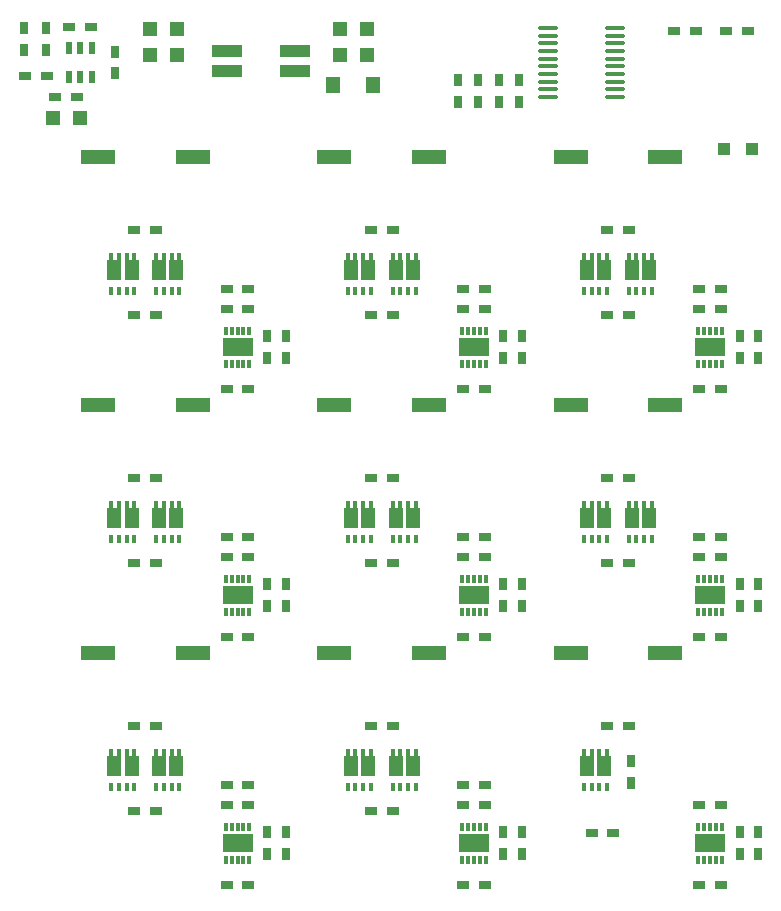
<source format=gtp>
G04*
G04 #@! TF.GenerationSoftware,Altium Limited,Altium Designer,23.3.1 (30)*
G04*
G04 Layer_Color=8421504*
%FSLAX25Y25*%
%MOIN*%
G70*
G04*
G04 #@! TF.SameCoordinates,CC060F13-8039-4013-9EB4-17962B1888DE*
G04*
G04*
G04 #@! TF.FilePolarity,Positive*
G04*
G01*
G75*
%ADD20R,0.04724X0.05512*%
%ADD21R,0.04724X0.05512*%
%ADD22R,0.05000X0.05000*%
%ADD23R,0.09843X0.04331*%
%ADD24R,0.01181X0.02559*%
%ADD25R,0.10236X0.06496*%
%ADD26R,0.04000X0.03000*%
%ADD27R,0.04000X0.03150*%
%ADD28R,0.03937X0.03937*%
%ADD29R,0.03150X0.04000*%
%ADD30R,0.03000X0.04000*%
%ADD31R,0.01575X0.03150*%
%ADD32R,0.04724X0.07087*%
%ADD33R,0.11811X0.05118*%
%ADD34R,0.02362X0.04331*%
%ADD35O,0.06693X0.01378*%
D20*
X141339Y288583D02*
D03*
D21*
X154724D02*
D03*
D22*
X143532Y298425D02*
D03*
X152532D02*
D03*
X143532Y307087D02*
D03*
X152532D02*
D03*
X80146Y298425D02*
D03*
X89146D02*
D03*
X80146Y307087D02*
D03*
X89146D02*
D03*
X56862Y277559D02*
D03*
X47862D02*
D03*
D23*
X105905Y299803D02*
D03*
Y293110D02*
D03*
X128740Y299803D02*
D03*
Y293110D02*
D03*
D24*
X262993Y41339D02*
D03*
X264961D02*
D03*
X262992Y30315D02*
D03*
X270867Y41339D02*
D03*
X268898D02*
D03*
X266929D02*
D03*
X264961Y30315D02*
D03*
X266929D02*
D03*
X268898D02*
D03*
X270867D02*
D03*
X105514Y124016D02*
D03*
X107482D02*
D03*
X105513Y112992D02*
D03*
X113388Y124016D02*
D03*
X111419D02*
D03*
X109450D02*
D03*
X107482Y112992D02*
D03*
X109450D02*
D03*
X111419D02*
D03*
X113388D02*
D03*
X192127Y30315D02*
D03*
X190157D02*
D03*
X188189D02*
D03*
X186221D02*
D03*
X188189Y41339D02*
D03*
X190157D02*
D03*
X192127D02*
D03*
X184251Y30315D02*
D03*
X186221Y41339D02*
D03*
X184253D02*
D03*
X270867Y195669D02*
D03*
X268898D02*
D03*
X266929D02*
D03*
X264961D02*
D03*
X266929Y206693D02*
D03*
X268898D02*
D03*
X270867D02*
D03*
X262992Y195669D02*
D03*
X264961Y206693D02*
D03*
X262993D02*
D03*
X192127Y195669D02*
D03*
X190157D02*
D03*
X188189D02*
D03*
X186221D02*
D03*
X188189Y206693D02*
D03*
X190157D02*
D03*
X192127D02*
D03*
X184251Y195669D02*
D03*
X186221Y206693D02*
D03*
X184253D02*
D03*
X113388Y195669D02*
D03*
X111419D02*
D03*
X109450D02*
D03*
X107482D02*
D03*
X109450Y206693D02*
D03*
X111419D02*
D03*
X113388D02*
D03*
X105513Y195669D02*
D03*
X107482Y206693D02*
D03*
X105514D02*
D03*
X270867Y112992D02*
D03*
X268898D02*
D03*
X266929D02*
D03*
X264961D02*
D03*
X266929Y124016D02*
D03*
X268898D02*
D03*
X270867D02*
D03*
X262992Y112992D02*
D03*
X264961Y124016D02*
D03*
X262993D02*
D03*
X192127Y112992D02*
D03*
X190157D02*
D03*
X188189D02*
D03*
X186221D02*
D03*
X188189Y124016D02*
D03*
X190157D02*
D03*
X192127D02*
D03*
X184251Y112992D02*
D03*
X186221Y124016D02*
D03*
X184253D02*
D03*
X113388Y30315D02*
D03*
X111419D02*
D03*
X109450D02*
D03*
X107482D02*
D03*
X109450Y41339D02*
D03*
X111419D02*
D03*
X113388D02*
D03*
X105513Y30315D02*
D03*
X107482Y41339D02*
D03*
X105514D02*
D03*
D25*
X266928Y35827D02*
D03*
X109449Y118504D02*
D03*
X188188Y35827D02*
D03*
X266928Y201181D02*
D03*
X188188D02*
D03*
X109449D02*
D03*
X266928Y118504D02*
D03*
X188188D02*
D03*
X109449Y35827D02*
D03*
D26*
X272334Y306693D02*
D03*
X279634D02*
D03*
X75090Y46457D02*
D03*
X82390D02*
D03*
X75090Y129134D02*
D03*
X82390D02*
D03*
X153830D02*
D03*
X161130D02*
D03*
X191839Y48425D02*
D03*
X184539D02*
D03*
X232571Y240158D02*
D03*
X239871D02*
D03*
X153830D02*
D03*
X161130D02*
D03*
X75090D02*
D03*
X82390D02*
D03*
X232571Y157480D02*
D03*
X239871D02*
D03*
X153830D02*
D03*
X161130D02*
D03*
X75090D02*
D03*
X82390D02*
D03*
X75090Y74803D02*
D03*
X82390D02*
D03*
X153830D02*
D03*
X161130D02*
D03*
X232571D02*
D03*
X239871D02*
D03*
X161130Y46457D02*
D03*
X153830D02*
D03*
X263279Y48425D02*
D03*
X270579D02*
D03*
Y213779D02*
D03*
X263279D02*
D03*
X191839D02*
D03*
X184539D02*
D03*
X270579Y131102D02*
D03*
X263279D02*
D03*
X113099Y213779D02*
D03*
X105799D02*
D03*
X191839Y131102D02*
D03*
X184539D02*
D03*
X113099D02*
D03*
X105799D02*
D03*
X113100Y48425D02*
D03*
X105800D02*
D03*
X56012Y284646D02*
D03*
X48712D02*
D03*
X82390Y211811D02*
D03*
X75090D02*
D03*
X161130D02*
D03*
X153830D02*
D03*
X239871D02*
D03*
X232571D02*
D03*
X239871Y129134D02*
D03*
X232571D02*
D03*
D27*
X262311Y306693D02*
D03*
X255011D02*
D03*
X38476Y291732D02*
D03*
X45776D02*
D03*
X60737Y307874D02*
D03*
X53437D02*
D03*
X184539Y22047D02*
D03*
X191839D02*
D03*
Y55118D02*
D03*
X184539D02*
D03*
X113099Y22047D02*
D03*
X105799D02*
D03*
X234752Y39370D02*
D03*
X227452D02*
D03*
X270579Y22047D02*
D03*
X263279D02*
D03*
Y187402D02*
D03*
X270579D02*
D03*
X263279Y220472D02*
D03*
X270579D02*
D03*
X184539Y187402D02*
D03*
X191839D02*
D03*
X184539Y220472D02*
D03*
X191839D02*
D03*
X263279Y137795D02*
D03*
X270579D02*
D03*
X263279Y104724D02*
D03*
X270579D02*
D03*
X105799Y187402D02*
D03*
X113099D02*
D03*
X105799Y220472D02*
D03*
X113099D02*
D03*
X184539Y137795D02*
D03*
X191839D02*
D03*
X184539Y104724D02*
D03*
X191839D02*
D03*
X105799D02*
D03*
X113099D02*
D03*
X105799Y137795D02*
D03*
X113099D02*
D03*
X105800Y55118D02*
D03*
X113100D02*
D03*
D28*
X281102Y267323D02*
D03*
X271654D02*
D03*
D29*
X38189Y307587D02*
D03*
Y300287D02*
D03*
X45669D02*
D03*
Y307587D02*
D03*
X189764Y282964D02*
D03*
Y290264D02*
D03*
X183071Y282964D02*
D03*
Y290264D02*
D03*
D30*
X240551Y55799D02*
D03*
Y63099D02*
D03*
X276772Y122154D02*
D03*
Y114854D02*
D03*
X283071Y122154D02*
D03*
Y114854D02*
D03*
X276772Y32177D02*
D03*
Y39477D02*
D03*
X283071Y32177D02*
D03*
Y39477D02*
D03*
X198031Y32177D02*
D03*
Y39477D02*
D03*
X204331Y32177D02*
D03*
Y39477D02*
D03*
X283071Y197531D02*
D03*
Y204831D02*
D03*
X276772Y197531D02*
D03*
Y204831D02*
D03*
X204331Y197531D02*
D03*
Y204831D02*
D03*
X198031Y197531D02*
D03*
Y204831D02*
D03*
X125591Y197531D02*
D03*
Y204831D02*
D03*
X119291Y197531D02*
D03*
Y204831D02*
D03*
X204331Y114854D02*
D03*
Y122154D02*
D03*
X198031Y114854D02*
D03*
Y122154D02*
D03*
X125591Y114854D02*
D03*
Y122154D02*
D03*
X119291Y114854D02*
D03*
Y122154D02*
D03*
X119293Y32177D02*
D03*
Y39477D02*
D03*
X125592Y32177D02*
D03*
Y39477D02*
D03*
X196457Y282964D02*
D03*
Y290264D02*
D03*
X203150Y282964D02*
D03*
Y290264D02*
D03*
X68504Y292413D02*
D03*
Y299713D02*
D03*
D31*
X232579Y66023D02*
D03*
X230020Y54449D02*
D03*
Y66023D02*
D03*
X224902D02*
D03*
Y54449D02*
D03*
X227461D02*
D03*
Y66023D02*
D03*
X232579Y54449D02*
D03*
X153839Y66023D02*
D03*
X151279Y54449D02*
D03*
Y66023D02*
D03*
X146161D02*
D03*
Y54449D02*
D03*
X148721D02*
D03*
Y66023D02*
D03*
X153839Y54449D02*
D03*
X168799D02*
D03*
X163681Y66023D02*
D03*
Y54449D02*
D03*
X161122D02*
D03*
Y66023D02*
D03*
X166240D02*
D03*
Y54449D02*
D03*
X168799Y66023D02*
D03*
X75098D02*
D03*
X72539Y54449D02*
D03*
Y66023D02*
D03*
X67421D02*
D03*
Y54449D02*
D03*
X69980D02*
D03*
Y66023D02*
D03*
X75098Y54449D02*
D03*
X90059D02*
D03*
X84941Y66023D02*
D03*
Y54449D02*
D03*
X82382D02*
D03*
Y66023D02*
D03*
X87500D02*
D03*
Y54449D02*
D03*
X90059Y66023D02*
D03*
Y148700D02*
D03*
X87500Y137126D02*
D03*
Y148700D02*
D03*
X82382D02*
D03*
Y137126D02*
D03*
X84941D02*
D03*
Y148700D02*
D03*
X90059Y137126D02*
D03*
X75098D02*
D03*
X69980Y148700D02*
D03*
Y137126D02*
D03*
X67421D02*
D03*
Y148700D02*
D03*
X72539D02*
D03*
Y137126D02*
D03*
X75098Y148700D02*
D03*
X168799D02*
D03*
X166240Y137126D02*
D03*
Y148700D02*
D03*
X161122D02*
D03*
Y137126D02*
D03*
X163681D02*
D03*
Y148700D02*
D03*
X168799Y137126D02*
D03*
X153839D02*
D03*
X148721Y148700D02*
D03*
Y137126D02*
D03*
X146161D02*
D03*
Y148700D02*
D03*
X151279D02*
D03*
Y137126D02*
D03*
X153839Y148700D02*
D03*
X247539D02*
D03*
X244980Y137126D02*
D03*
Y148700D02*
D03*
X239862D02*
D03*
Y137126D02*
D03*
X242421D02*
D03*
Y148700D02*
D03*
X247539Y137126D02*
D03*
X232579D02*
D03*
X227461Y148700D02*
D03*
Y137126D02*
D03*
X224902D02*
D03*
Y148700D02*
D03*
X230020D02*
D03*
Y137126D02*
D03*
X232579Y148700D02*
D03*
Y231378D02*
D03*
X230020Y219804D02*
D03*
Y231378D02*
D03*
X224902D02*
D03*
Y219804D02*
D03*
X227461D02*
D03*
Y231378D02*
D03*
X232579Y219804D02*
D03*
X247539D02*
D03*
X242421Y231378D02*
D03*
Y219804D02*
D03*
X239862D02*
D03*
Y231378D02*
D03*
X244980D02*
D03*
Y219804D02*
D03*
X247539Y231378D02*
D03*
X153839D02*
D03*
X151279Y219804D02*
D03*
Y231378D02*
D03*
X146161D02*
D03*
Y219804D02*
D03*
X148721D02*
D03*
Y231378D02*
D03*
X153839Y219804D02*
D03*
X168799D02*
D03*
X163681Y231378D02*
D03*
Y219804D02*
D03*
X161122D02*
D03*
Y231378D02*
D03*
X166240D02*
D03*
Y219804D02*
D03*
X168799Y231378D02*
D03*
X75098D02*
D03*
X72539Y219804D02*
D03*
Y231378D02*
D03*
X67421D02*
D03*
Y219804D02*
D03*
X69980D02*
D03*
Y231378D02*
D03*
X75098Y219804D02*
D03*
X90059D02*
D03*
X84941Y231378D02*
D03*
Y219804D02*
D03*
X82382D02*
D03*
Y231378D02*
D03*
X87500D02*
D03*
Y219804D02*
D03*
X90059Y231378D02*
D03*
D32*
X231594Y61417D02*
D03*
X225886D02*
D03*
X152854D02*
D03*
X147146D02*
D03*
X162106D02*
D03*
X167815D02*
D03*
X74114D02*
D03*
X68405D02*
D03*
X83366D02*
D03*
X89075D02*
D03*
Y144095D02*
D03*
X83366D02*
D03*
X68405D02*
D03*
X74114D02*
D03*
X167815D02*
D03*
X162106D02*
D03*
X147146D02*
D03*
X152854D02*
D03*
X246555D02*
D03*
X240846D02*
D03*
X225886D02*
D03*
X231594D02*
D03*
Y226772D02*
D03*
X225886D02*
D03*
X240846D02*
D03*
X246555D02*
D03*
X152854D02*
D03*
X147146D02*
D03*
X162106D02*
D03*
X167815D02*
D03*
X74114D02*
D03*
X68405D02*
D03*
X83366D02*
D03*
X89075D02*
D03*
D33*
X220472Y99213D02*
D03*
X251969D02*
D03*
X173228Y99213D02*
D03*
X141732D02*
D03*
X251969Y264567D02*
D03*
X220472D02*
D03*
X173228D02*
D03*
X141732D02*
D03*
X94488D02*
D03*
X62992D02*
D03*
X220472Y181890D02*
D03*
X251969D02*
D03*
X141732D02*
D03*
X173228D02*
D03*
X62992D02*
D03*
X94488D02*
D03*
Y99213D02*
D03*
X62992D02*
D03*
D34*
X60827Y300787D02*
D03*
X57087D02*
D03*
X53346D02*
D03*
Y291339D02*
D03*
X57087D02*
D03*
X60827D02*
D03*
D35*
X212795Y307579D02*
D03*
X212795Y305020D02*
D03*
X212795Y302461D02*
D03*
X212795Y299902D02*
D03*
Y297342D02*
D03*
Y294783D02*
D03*
Y292224D02*
D03*
X212795Y289665D02*
D03*
X212795Y287106D02*
D03*
X212795Y284547D02*
D03*
X235236Y307579D02*
D03*
X235236Y305020D02*
D03*
X235236Y302461D02*
D03*
X235236Y299902D02*
D03*
Y297342D02*
D03*
Y294783D02*
D03*
Y292224D02*
D03*
X235236Y289665D02*
D03*
X235236Y287106D02*
D03*
X235236Y284547D02*
D03*
M02*

</source>
